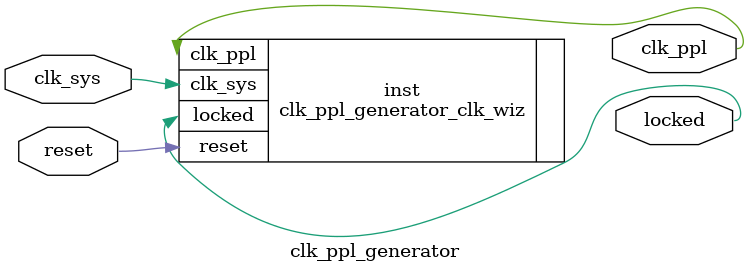
<source format=v>


`timescale 1ps/1ps

(* CORE_GENERATION_INFO = "clk_ppl_generator,clk_wiz_v6_0_11_0_0,{component_name=clk_ppl_generator,use_phase_alignment=true,use_min_o_jitter=false,use_max_i_jitter=false,use_dyn_phase_shift=false,use_inclk_switchover=false,use_dyn_reconfig=false,enable_axi=0,feedback_source=FDBK_AUTO,PRIMITIVE=MMCM,num_out_clk=1,clkin1_period=10.000,clkin2_period=10.000,use_power_down=false,use_reset=true,use_locked=true,use_inclk_stopped=false,feedback_type=SINGLE,CLOCK_MGR_TYPE=NA,manual_override=false}" *)

module clk_ppl_generator 
 (
  // Clock out ports
  output        clk_ppl,
  // Status and control signals
  input         reset,
  output        locked,
 // Clock in ports
  input         clk_sys
 );

  clk_ppl_generator_clk_wiz inst
  (
  // Clock out ports  
  .clk_ppl(clk_ppl),
  // Status and control signals               
  .reset(reset), 
  .locked(locked),
 // Clock in ports
  .clk_sys(clk_sys)
  );

endmodule

</source>
